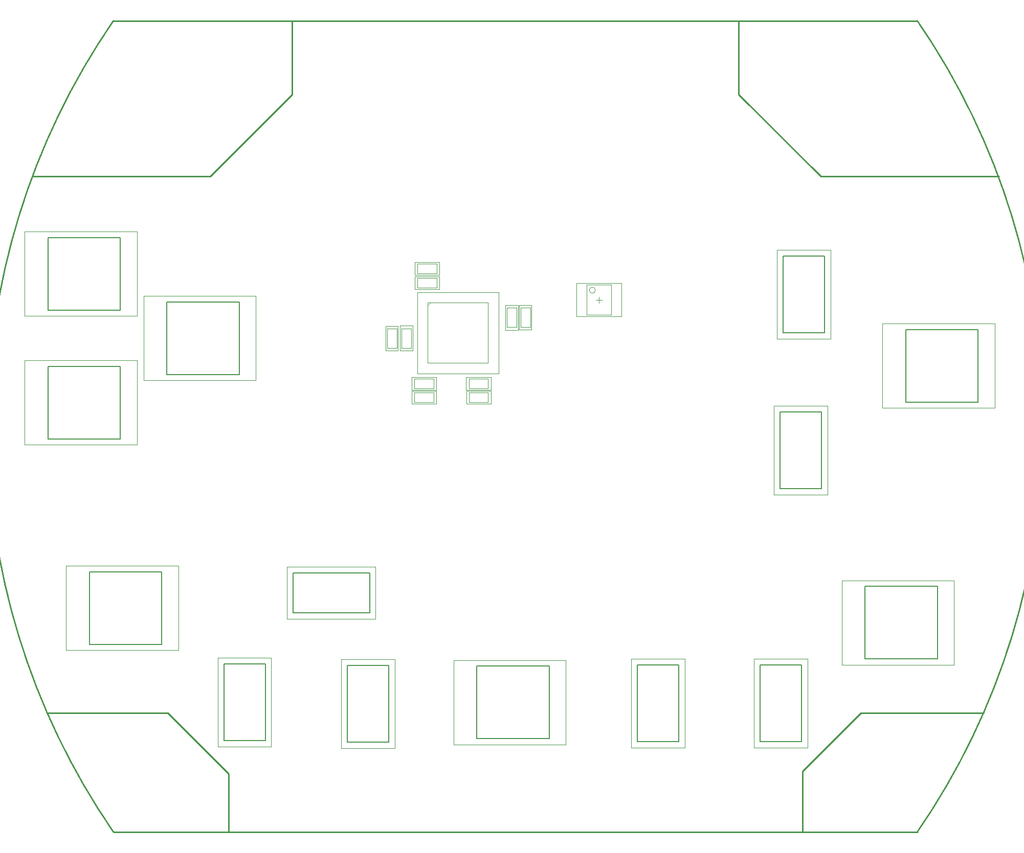
<source format=gko>
G04*
G04 #@! TF.GenerationSoftware,Altium Limited,Altium Designer,19.1.5 (86)*
G04*
G04 Layer_Color=16711935*
%FSLAX24Y24*%
%MOIN*%
G70*
G01*
G75*
%ADD10C,0.0079*%
%ADD11C,0.0100*%
%ADD15C,0.0039*%
%ADD21C,0.0020*%
D10*
X43650Y32550D02*
X46350D01*
Y37550D01*
X43650D02*
X46350D01*
X43650Y32550D02*
Y37550D01*
X11700Y14301D02*
Y16899D01*
Y14301D02*
X16700D01*
Y16899D01*
X11700D02*
X16700D01*
X34150Y5900D02*
X36850D01*
Y10900D01*
X34150D02*
X36850D01*
X34150Y5900D02*
Y10900D01*
X42150Y5900D02*
X44850D01*
Y10900D01*
X42150D02*
X44850D01*
X42150Y5900D02*
Y10900D01*
X15250Y5850D02*
Y10850D01*
X17950D01*
Y5850D02*
Y10850D01*
X15250Y5850D02*
X17950D01*
X7200Y5950D02*
Y10950D01*
X9900D01*
Y5950D02*
Y10950D01*
X7200Y5950D02*
X9900D01*
X43450Y22400D02*
Y27400D01*
X46150D01*
Y22400D02*
Y27400D01*
X43450Y22400D02*
X46150D01*
X23688Y6088D02*
X28412D01*
Y10812D01*
X23688D02*
X28412D01*
X23688Y6088D02*
Y10812D01*
X3488Y29838D02*
X8212D01*
Y34562D01*
X3488D02*
X8212D01*
X3488Y29838D02*
Y34562D01*
X-1562Y12238D02*
Y16962D01*
X3162D01*
Y12238D02*
Y16962D01*
X-1562Y12238D02*
X3162D01*
X51638Y28038D02*
Y32762D01*
X56362D01*
Y28038D02*
Y32762D01*
X51638Y28038D02*
X56362D01*
X48988Y11288D02*
Y16012D01*
X53712D01*
Y11288D02*
Y16012D01*
X48988Y11288D02*
X53712D01*
X-4262Y25638D02*
X462D01*
Y30362D01*
X-4262D02*
X462D01*
X-4262Y25638D02*
Y30362D01*
Y34038D02*
X462D01*
Y38762D01*
X-4262D02*
X462D01*
X-4262Y34038D02*
Y38762D01*
D11*
X52398Y1D02*
G03*
X52398Y52899I-38488J26449D01*
G01*
X3Y52900D02*
G03*
X2Y1I38488J-26450D01*
G01*
X44900Y0D02*
Y3950D01*
X45950Y5000D01*
X47750Y6800D02*
X48175Y7225D01*
X48700Y7750D01*
X56700D01*
X45950Y5000D02*
X47750Y6800D01*
X7500Y0D02*
Y3800D01*
X-2800Y7750D02*
X-2750D01*
X-4300Y7750D02*
X3550Y7750D01*
X7500Y3800D01*
X40750Y48100D02*
X46100Y42750D01*
X57700D01*
X40750Y48100D02*
Y52900D01*
X-5300Y42750D02*
X6300D01*
X11650Y48100D01*
Y52900D01*
X0Y0D02*
X52400D01*
X0Y52900D02*
X52400D01*
D15*
X31414Y35330D02*
G03*
X31414Y35330I-197J0D01*
G01*
X23170Y28665D02*
X24430D01*
Y28035D02*
Y28665D01*
X23170Y28035D02*
X24430D01*
X23170D02*
Y28665D01*
X19620Y28935D02*
X20880D01*
X19620D02*
Y29565D01*
X20880D01*
Y28935D02*
Y29565D01*
X17835Y31570D02*
Y32830D01*
X18465D01*
Y31570D02*
Y32830D01*
X17835Y31570D02*
X18465D01*
X26535Y32939D02*
Y34198D01*
X27165D01*
Y32939D02*
Y34198D01*
X26535Y32939D02*
X27165D01*
X19820Y35485D02*
X21080D01*
X19820D02*
Y36115D01*
X21080D01*
Y35485D02*
Y36115D01*
X23170Y29565D02*
X24430D01*
Y28935D02*
Y29565D01*
X23170Y28935D02*
X24430D01*
X23170D02*
Y29565D01*
X19620Y28035D02*
X20880D01*
X19620D02*
Y28665D01*
X20880D01*
Y28035D02*
Y28665D01*
X18785Y31570D02*
Y32830D01*
X19415D01*
Y31570D02*
Y32830D01*
X18785Y31570D02*
X19415D01*
X25635Y32920D02*
Y34180D01*
X26265D01*
Y32920D02*
Y34180D01*
X25635Y32920D02*
X26265D01*
X19820Y36435D02*
X21080D01*
X19820D02*
Y37065D01*
X21080D01*
Y36435D02*
Y37065D01*
X20482Y34322D02*
X20678Y34518D01*
X20482Y30582D02*
Y34518D01*
Y30582D02*
X24418D01*
Y34518D01*
X20482D02*
X24418D01*
X30863Y33716D02*
X32437D01*
X30863Y35684D02*
X32437D01*
Y33716D02*
Y35684D01*
X30863Y33716D02*
Y35684D01*
X43256Y32156D02*
X46744D01*
Y37944D01*
X43256D02*
X46744D01*
X43256Y32156D02*
Y37944D01*
X11306Y13907D02*
Y17293D01*
Y13907D02*
X17094D01*
Y17293D01*
X11306D02*
X17094D01*
X33756Y5507D02*
X37244D01*
Y11294D01*
X33756D02*
X37244D01*
X33756Y5507D02*
Y11294D01*
X41756Y5506D02*
X45244D01*
Y11294D01*
X41756D02*
X45244D01*
X41756Y5506D02*
Y11294D01*
X14856Y5456D02*
Y11244D01*
X18344D01*
Y5456D02*
Y11244D01*
X14856Y5456D02*
X18344D01*
X6806Y5557D02*
Y11344D01*
X10294D01*
Y5557D02*
Y11344D01*
X6806Y5557D02*
X10294D01*
X43056Y22006D02*
Y27794D01*
X46544D01*
Y22006D02*
Y27794D01*
X43056Y22006D02*
X46544D01*
X22172Y11206D02*
X29495D01*
Y5694D02*
Y11206D01*
X22172Y5694D02*
X29495D01*
X22172D02*
Y11206D01*
X1972Y34956D02*
X9295D01*
Y29444D02*
Y34956D01*
X1972Y29444D02*
X9295D01*
X1972D02*
Y34956D01*
X-3078Y11844D02*
Y17356D01*
Y11844D02*
X4245D01*
Y17356D01*
X-3078D02*
X4245D01*
X50122Y27644D02*
Y33156D01*
Y27644D02*
X57445D01*
Y33156D01*
X50122D02*
X57445D01*
X47472Y10894D02*
Y16406D01*
Y10894D02*
X54795D01*
Y16406D01*
X47472D02*
X54795D01*
X-5778Y30756D02*
X1545D01*
Y25244D02*
Y30756D01*
X-5778Y25244D02*
X1545D01*
X-5778D02*
Y30756D01*
X31650Y34503D02*
Y34897D01*
X31453Y34700D02*
X31847D01*
X-5778Y39156D02*
X1545D01*
Y33644D02*
Y39156D01*
X-5778Y33644D02*
X1545D01*
X-5778D02*
Y39156D01*
D21*
X22997Y28759D02*
X24603D01*
Y27941D02*
Y28759D01*
X22997Y27941D02*
X24603D01*
X22997D02*
Y28759D01*
X19447Y28841D02*
X21053D01*
X19447D02*
Y29659D01*
X21053D01*
Y28841D02*
Y29659D01*
X17741Y31397D02*
Y33003D01*
X18559D01*
Y31397D02*
Y33003D01*
X17741Y31397D02*
X18559D01*
X26441Y32765D02*
Y34372D01*
X27259D01*
Y32765D02*
Y34372D01*
X26441Y32765D02*
X27259D01*
X19647Y35391D02*
X21253D01*
X19647D02*
Y36209D01*
X21253D01*
Y35391D02*
Y36209D01*
X22989Y29667D02*
X24611D01*
Y28833D02*
Y29667D01*
X22989Y28833D02*
X24611D01*
X22989D02*
Y29667D01*
X19439Y27933D02*
X21061D01*
X19439D02*
Y28767D01*
X21061D01*
Y27933D02*
Y28767D01*
X18683Y31389D02*
Y33011D01*
X19517D01*
Y31389D02*
Y33011D01*
X18683Y31389D02*
X19517D01*
X25533Y32739D02*
Y34361D01*
X26367D01*
Y32739D02*
Y34361D01*
X25533Y32739D02*
X26367D01*
X19639Y36333D02*
X21261D01*
X19639D02*
Y37167D01*
X21261D01*
Y36333D02*
Y37167D01*
X19802Y29902D02*
Y35198D01*
Y29902D02*
X25098D01*
Y35198D01*
X19802D02*
X25098D01*
X30193Y33617D02*
X33107D01*
X30193Y35783D02*
X33107D01*
Y33617D02*
Y35783D01*
X30193Y33617D02*
Y35783D01*
M02*

</source>
